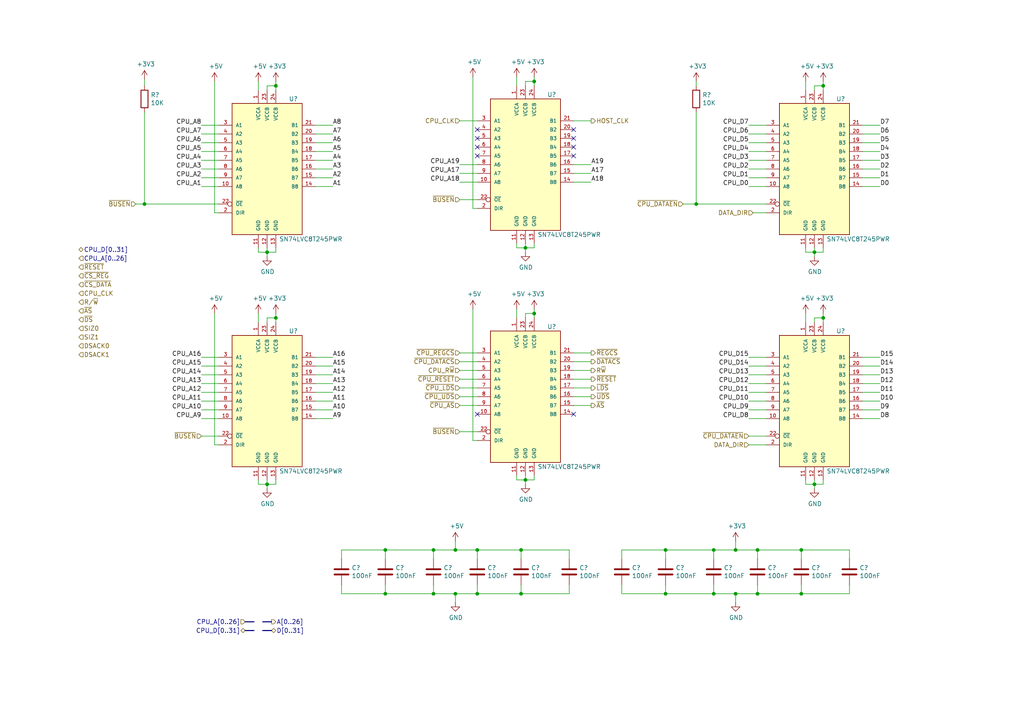
<source format=kicad_sch>
(kicad_sch (version 20211123) (generator eeschema)
  (paper "A4")
  (lib_symbols
    (symbol "Ddraig:SN74LVC8T245PWR" (pin_names (offset 1.016))
      (property "Reference" "U" (at -12.7 31.4706 0))
      (property "Value" "SN74LVC8T245PWR" (at 5.08 -10.16 0))
      (symbol "SN74LVC8T245PWR_0_0"
        (rectangle (start -10.16 -7.62) (end 10.16 30.48) (stroke (width 0.2032)) (fill (type background)))
        (pin power_in line (at -2.54 34.29 270) (length 3.81) (name "VCCA") (number "1"))
        (pin bidirectional line (at -13.97 6.35 0) (length 3.81) (name "A8") (number "10"))
        (pin power_in line (at -2.54 -11.43 90) (length 3.81) (name "GND") (number "11"))
        (pin power_in line (at 0 -11.43 90) (length 3.81) (name "GND") (number "12"))
        (pin power_in line (at 2.54 -11.43 90) (length 3.81) (name "GND") (number "13"))
        (pin bidirectional line (at 13.97 6.35 180) (length 3.81) (name "B8") (number "14"))
        (pin bidirectional line (at 13.97 8.89 180) (length 3.81) (name "B7") (number "15"))
        (pin bidirectional line (at 13.97 11.43 180) (length 3.81) (name "B6") (number "16"))
        (pin bidirectional line (at 13.97 13.97 180) (length 3.81) (name "B5") (number "17"))
        (pin bidirectional line (at 13.97 16.51 180) (length 3.81) (name "B4") (number "18"))
        (pin bidirectional line (at 13.97 19.05 180) (length 3.81) (name "B3") (number "19"))
        (pin input line (at -13.97 -1.27 0) (length 3.81) (name "DIR") (number "2"))
        (pin bidirectional line (at 13.97 21.59 180) (length 3.81) (name "B2") (number "20"))
        (pin bidirectional line (at 13.97 24.13 180) (length 3.81) (name "B1") (number "21"))
        (pin input inverted (at -13.97 1.27 0) (length 3.81) (name "~{OE}") (number "22"))
        (pin power_in line (at 0 34.29 270) (length 3.81) (name "VCCB") (number "23"))
        (pin power_in line (at 2.54 34.29 270) (length 3.81) (name "VCCB") (number "24"))
        (pin bidirectional line (at -13.97 24.13 0) (length 3.81) (name "A1") (number "3"))
        (pin bidirectional line (at -13.97 21.59 0) (length 3.81) (name "A2") (number "4"))
        (pin bidirectional line (at -13.97 19.05 0) (length 3.81) (name "A3") (number "5"))
        (pin bidirectional line (at -13.97 16.51 0) (length 3.81) (name "A4") (number "6"))
        (pin bidirectional line (at -13.97 13.97 0) (length 3.81) (name "A5") (number "7"))
        (pin bidirectional line (at -13.97 11.43 0) (length 3.81) (name "A6") (number "8"))
        (pin bidirectional line (at -13.97 8.89 0) (length 3.81) (name "A7") (number "9"))
      )
    )
    (symbol "Device:C" (pin_numbers hide) (pin_names (offset 0.254))
      (property "Reference" "C" (at 0.635 2.54 0))
      (property "Value" "C" (at 0.635 -2.54 0))
      (symbol "C_0_1"
        (polyline (pts (xy -2.032 -0.762) (xy 2.032 -0.762)) (stroke (width 0.508)))
        (polyline (pts (xy -2.032 0.762) (xy 2.032 0.762)) (stroke (width 0.508)))
      )
      (symbol "C_1_1"
        (pin passive line (at 0 3.81 270) (length 2.794) (name "~") (number "1"))
        (pin passive line (at 0 -3.81 90) (length 2.794) (name "~") (number "2"))
      )
    )
    (symbol "Device:R" (pin_numbers hide) (pin_names (offset 0))
      (property "Reference" "R" (at 2.032 0 90))
      (property "Value" "R" (at 0 0 90))
      (symbol "R_0_1"
        (rectangle (start -1.016 -2.54) (end 1.016 2.54) (stroke (width 0.254)))
      )
      (symbol "R_1_1"
        (pin passive line (at 0 3.81 270) (length 1.27) (name "~") (number "1"))
        (pin passive line (at 0 -3.81 90) (length 1.27) (name "~") (number "2"))
      )
    )
    (symbol "power:+3V3" (power) (pin_names (offset 0))
      (property "Value" "+3V3" (at 0 3.556 0))
      (symbol "+3V3_0_1"
        (polyline (pts (xy -0.762 1.27) (xy 0 2.54)))
        (polyline (pts (xy 0 0) (xy 0 2.54)))
        (polyline (pts (xy 0 2.54) (xy 0.762 1.27)))
      )
      (symbol "+3V3_1_1"
        (pin power_in line (at 0 0 90) (length 0) hide (name "+3V3") (number "1"))
      )
    )
    (symbol "power:+5V" (power) (pin_names (offset 0))
      (property "Value" "+5V" (at 0 3.556 0))
      (symbol "+5V_0_1"
        (polyline (pts (xy -0.762 1.27) (xy 0 2.54)))
        (polyline (pts (xy 0 0) (xy 0 2.54)))
        (polyline (pts (xy 0 2.54) (xy 0.762 1.27)))
      )
      (symbol "+5V_1_1"
        (pin power_in line (at 0 0 90) (length 0) hide (name "+5V") (number "1"))
      )
    )
    (symbol "power:GND" (power) (pin_names (offset 0))
      (property "Value" "GND" (at 0 -3.81 0))
      (symbol "GND_0_1"
        (polyline (pts (xy 0 0) (xy 0 -1.27) (xy 1.27 -1.27) (xy 0 -2.54) (xy -1.27 -1.27) (xy 0 -1.27)))
      )
      (symbol "GND_1_1"
        (pin power_in line (at 0 0 270) (length 0) hide (name "GND") (number "1"))
      )
    )
  )
  (junction (at 138.43 172.212))
  (junction (at 111.76 159.512))
  (junction (at 219.71 159.512))
  (junction (at 80.01 24.892))
  (junction (at 151.13 159.512))
  (junction (at 125.73 159.512))
  (junction (at 232.41 172.212))
  (junction (at 138.43 159.512))
  (junction (at 154.94 23.622))
  (junction (at 111.76 172.212))
  (junction (at 193.04 159.512))
  (junction (at 232.41 159.512))
  (junction (at 236.22 73.152))
  (junction (at 125.73 172.212))
  (junction (at 219.71 172.212))
  (junction (at 132.08 172.212))
  (junction (at 152.4 139.192))
  (junction (at 154.94 90.932))
  (junction (at 207.01 172.212))
  (junction (at 80.01 92.202))
  (junction (at 151.13 172.212))
  (junction (at 132.08 159.512))
  (junction (at 236.22 140.462))
  (junction (at 152.4 71.882))
  (junction (at 193.04 172.212))
  (junction (at 238.76 92.202))
  (junction (at 201.93 59.182))
  (junction (at 41.91 59.182))
  (junction (at 77.47 73.152))
  (junction (at 77.47 140.462))
  (junction (at 213.36 159.512))
  (junction (at 213.36 172.212))
  (junction (at 207.01 159.512))
  (junction (at 238.76 24.892))
  (no_connect (at 166.37 40.132))
  (no_connect (at 138.43 45.212))
  (no_connect (at 138.43 42.672))
  (no_connect (at 166.37 42.672))
  (no_connect (at 138.43 120.142))
  (no_connect (at 166.37 45.212))
  (no_connect (at 138.43 37.592))
  (no_connect (at 138.43 40.132))
  (no_connect (at 166.37 120.142))
  (no_connect (at 166.37 37.592))
  (wire (pts (xy 80.01 92.202) (xy 80.01 90.932)))
  (wire (pts (xy 232.41 159.512) (xy 246.38 159.512)))
  (wire (pts (xy 132.08 156.972) (xy 132.08 159.512)))
  (wire (pts (xy 236.22 24.892) (xy 236.22 26.162)))
  (wire (pts (xy 63.5 118.872) (xy 58.42 118.872)))
  (wire (pts (xy 77.47 141.732) (xy 77.47 140.462)))
  (wire (pts (xy 238.76 24.892) (xy 236.22 24.892)))
  (wire (pts (xy 132.08 174.752) (xy 132.08 172.212)))
  (wire (pts (xy 213.36 174.752) (xy 213.36 172.212)))
  (wire (pts (xy 74.93 90.932) (xy 74.93 93.472)))
  (wire (pts (xy 238.76 92.202) (xy 238.76 90.932)))
  (wire (pts (xy 154.94 90.932) (xy 154.94 89.662)))
  (wire (pts (xy 77.47 92.202) (xy 77.47 93.472)))
  (wire (pts (xy 63.5 116.332) (xy 58.42 116.332)))
  (wire (pts (xy 238.76 73.152) (xy 238.76 71.882)))
  (wire (pts (xy 232.41 169.672) (xy 232.41 172.212)))
  (wire (pts (xy 138.43 117.602) (xy 133.35 117.602)))
  (wire (pts (xy 99.06 172.212) (xy 111.76 172.212)))
  (wire (pts (xy 62.23 129.032) (xy 63.5 129.032)))
  (wire (pts (xy 63.5 36.322) (xy 58.42 36.322)))
  (wire (pts (xy 137.16 60.452) (xy 138.43 60.452)))
  (wire (pts (xy 41.91 32.512) (xy 41.91 59.182)))
  (wire (pts (xy 63.5 108.712) (xy 58.42 108.712)))
  (wire (pts (xy 41.91 59.182) (xy 39.37 59.182)))
  (wire (pts (xy 63.5 54.102) (xy 58.42 54.102)))
  (wire (pts (xy 96.52 118.872) (xy 91.44 118.872)))
  (wire (pts (xy 238.76 140.462) (xy 238.76 139.192)))
  (wire (pts (xy 233.68 23.622) (xy 233.68 26.162)))
  (wire (pts (xy 138.43 159.512) (xy 151.13 159.512)))
  (wire (pts (xy 149.86 137.922) (xy 149.86 139.192)))
  (wire (pts (xy 171.45 52.832) (xy 166.37 52.832)))
  (wire (pts (xy 138.43 172.212) (xy 151.13 172.212)))
  (wire (pts (xy 236.22 73.152) (xy 238.76 73.152)))
  (wire (pts (xy 222.25 103.632) (xy 217.17 103.632)))
  (wire (pts (xy 152.4 137.922) (xy 152.4 139.192)))
  (wire (pts (xy 151.13 159.512) (xy 165.1 159.512)))
  (wire (pts (xy 213.36 156.972) (xy 213.36 159.512)))
  (wire (pts (xy 201.93 32.512) (xy 201.93 59.182)))
  (wire (pts (xy 213.36 159.512) (xy 207.01 159.512)))
  (wire (pts (xy 198.12 59.182) (xy 201.93 59.182)))
  (wire (pts (xy 171.45 115.062) (xy 166.37 115.062)))
  (wire (pts (xy 232.41 172.212) (xy 246.38 172.212)))
  (wire (pts (xy 74.93 140.462) (xy 77.47 140.462)))
  (wire (pts (xy 77.47 73.152) (xy 80.01 73.152)))
  (wire (pts (xy 138.43 35.052) (xy 133.35 35.052)))
  (wire (pts (xy 207.01 172.212) (xy 213.36 172.212)))
  (wire (pts (xy 233.68 71.882) (xy 233.68 73.152)))
  (wire (pts (xy 125.73 169.672) (xy 125.73 172.212)))
  (wire (pts (xy 99.06 159.512) (xy 99.06 162.052)))
  (wire (pts (xy 222.25 108.712) (xy 217.17 108.712)))
  (wire (pts (xy 201.93 59.182) (xy 222.25 59.182)))
  (wire (pts (xy 238.76 92.202) (xy 236.22 92.202)))
  (wire (pts (xy 138.43 104.902) (xy 133.35 104.902)))
  (wire (pts (xy 246.38 172.212) (xy 246.38 169.672)))
  (wire (pts (xy 193.04 162.052) (xy 193.04 159.512)))
  (wire (pts (xy 125.73 159.512) (xy 111.76 159.512)))
  (wire (pts (xy 255.27 41.402) (xy 250.19 41.402)))
  (wire (pts (xy 41.91 22.987) (xy 41.91 24.892)))
  (wire (pts (xy 255.27 113.792) (xy 250.19 113.792)))
  (wire (pts (xy 219.71 172.212) (xy 232.41 172.212)))
  (wire (pts (xy 201.93 23.622) (xy 201.93 24.892)))
  (wire (pts (xy 111.76 159.512) (xy 99.06 159.512)))
  (wire (pts (xy 77.47 139.192) (xy 77.47 140.462)))
  (wire (pts (xy 238.76 26.162) (xy 238.76 24.892)))
  (wire (pts (xy 138.43 50.292) (xy 133.35 50.292)))
  (wire (pts (xy 125.73 162.052) (xy 125.73 159.512)))
  (wire (pts (xy 219.71 169.672) (xy 219.71 172.212)))
  (wire (pts (xy 255.27 116.332) (xy 250.19 116.332)))
  (wire (pts (xy 132.08 172.212) (xy 138.43 172.212)))
  (wire (pts (xy 80.01 24.892) (xy 80.01 23.622)))
  (wire (pts (xy 193.04 159.512) (xy 180.34 159.512)))
  (wire (pts (xy 222.25 51.562) (xy 217.17 51.562)))
  (wire (pts (xy 74.93 139.192) (xy 74.93 140.462)))
  (wire (pts (xy 125.73 172.212) (xy 132.08 172.212)))
  (wire (pts (xy 222.25 54.102) (xy 217.17 54.102)))
  (wire (pts (xy 62.23 23.622) (xy 62.23 61.722)))
  (wire (pts (xy 96.52 113.792) (xy 91.44 113.792)))
  (wire (pts (xy 151.13 169.672) (xy 151.13 172.212)))
  (wire (pts (xy 96.52 108.712) (xy 91.44 108.712)))
  (wire (pts (xy 80.01 93.472) (xy 80.01 92.202)))
  (wire (pts (xy 149.86 70.612) (xy 149.86 71.882)))
  (wire (pts (xy 233.68 73.152) (xy 236.22 73.152)))
  (wire (pts (xy 171.45 109.982) (xy 166.37 109.982)))
  (wire (pts (xy 255.27 46.482) (xy 250.19 46.482)))
  (wire (pts (xy 154.94 139.192) (xy 154.94 137.922)))
  (wire (pts (xy 138.43 169.672) (xy 138.43 172.212)))
  (wire (pts (xy 255.27 36.322) (xy 250.19 36.322)))
  (wire (pts (xy 152.4 140.462) (xy 152.4 139.192)))
  (wire (pts (xy 255.27 43.942) (xy 250.19 43.942)))
  (wire (pts (xy 111.76 169.672) (xy 111.76 172.212)))
  (wire (pts (xy 180.34 172.212) (xy 193.04 172.212)))
  (wire (pts (xy 246.38 159.512) (xy 246.38 162.052)))
  (wire (pts (xy 63.5 43.942) (xy 58.42 43.942)))
  (wire (pts (xy 62.23 90.932) (xy 62.23 129.032)))
  (wire (pts (xy 152.4 90.932) (xy 152.4 92.202)))
  (wire (pts (xy 96.52 49.022) (xy 91.44 49.022)))
  (wire (pts (xy 180.34 169.672) (xy 180.34 172.212)))
  (wire (pts (xy 80.01 73.152) (xy 80.01 71.882)))
  (wire (pts (xy 222.25 106.172) (xy 217.17 106.172)))
  (wire (pts (xy 63.5 38.862) (xy 58.42 38.862)))
  (wire (pts (xy 63.5 121.412) (xy 58.42 121.412)))
  (wire (pts (xy 151.13 159.512) (xy 151.13 162.052)))
  (wire (pts (xy 255.27 49.022) (xy 250.19 49.022)))
  (wire (pts (xy 63.5 46.482) (xy 58.42 46.482)))
  (wire (pts (xy 165.1 172.212) (xy 165.1 169.672)))
  (wire (pts (xy 166.37 35.052) (xy 171.45 35.052)))
  (wire (pts (xy 77.47 24.892) (xy 77.47 26.162)))
  (wire (pts (xy 96.52 116.332) (xy 91.44 116.332)))
  (wire (pts (xy 236.22 71.882) (xy 236.22 73.152)))
  (wire (pts (xy 238.76 24.892) (xy 238.76 23.622)))
  (wire (pts (xy 233.68 139.192) (xy 233.68 140.462)))
  (wire (pts (xy 138.43 115.062) (xy 133.35 115.062)))
  (wire (pts (xy 63.5 106.172) (xy 58.42 106.172)))
  (wire (pts (xy 77.47 74.422) (xy 77.47 73.152)))
  (wire (pts (xy 255.27 51.562) (xy 250.19 51.562)))
  (wire (pts (xy 149.86 89.662) (xy 149.86 92.202)))
  (wire (pts (xy 74.93 73.152) (xy 77.47 73.152)))
  (wire (pts (xy 63.5 113.792) (xy 58.42 113.792)))
  (wire (pts (xy 222.25 36.322) (xy 217.17 36.322)))
  (wire (pts (xy 171.45 112.522) (xy 166.37 112.522)))
  (wire (pts (xy 96.52 121.412) (xy 91.44 121.412)))
  (wire (pts (xy 222.25 43.942) (xy 217.17 43.942)))
  (wire (pts (xy 219.71 162.052) (xy 219.71 159.512)))
  (wire (pts (xy 207.01 169.672) (xy 207.01 172.212)))
  (wire (pts (xy 80.01 140.462) (xy 80.01 139.192)))
  (wire (pts (xy 255.27 38.862) (xy 250.19 38.862)))
  (wire (pts (xy 255.27 103.632) (xy 250.19 103.632)))
  (wire (pts (xy 207.01 162.052) (xy 207.01 159.512)))
  (wire (pts (xy 236.22 139.192) (xy 236.22 140.462)))
  (wire (pts (xy 255.27 108.712) (xy 250.19 108.712)))
  (wire (pts (xy 171.45 117.602) (xy 166.37 117.602)))
  (wire (pts (xy 222.25 38.862) (xy 217.17 38.862)))
  (wire (pts (xy 149.86 22.352) (xy 149.86 24.892)))
  (wire (pts (xy 96.52 41.402) (xy 91.44 41.402)))
  (wire (pts (xy 238.76 93.472) (xy 238.76 92.202)))
  (wire (pts (xy 193.04 169.672) (xy 193.04 172.212)))
  (wire (pts (xy 152.4 70.612) (xy 152.4 71.882)))
  (wire (pts (xy 149.86 139.192) (xy 152.4 139.192)))
  (wire (pts (xy 180.34 159.512) (xy 180.34 162.052)))
  (wire (pts (xy 171.45 104.902) (xy 166.37 104.902)))
  (wire (pts (xy 154.94 23.622) (xy 152.4 23.622)))
  (wire (pts (xy 96.52 111.252) (xy 91.44 111.252)))
  (wire (pts (xy 218.44 61.722) (xy 222.25 61.722)))
  (wire (pts (xy 233.68 90.932) (xy 233.68 93.472)))
  (wire (pts (xy 222.25 129.032) (xy 217.17 129.032)))
  (wire (pts (xy 74.93 23.622) (xy 74.93 26.162)))
  (wire (pts (xy 236.22 92.202) (xy 236.22 93.472)))
  (wire (pts (xy 63.5 103.632) (xy 58.42 103.632)))
  (wire (pts (xy 77.47 140.462) (xy 80.01 140.462)))
  (wire (pts (xy 222.25 46.482) (xy 217.17 46.482)))
  (wire (pts (xy 222.25 49.022) (xy 217.17 49.022)))
  (wire (pts (xy 137.16 127.762) (xy 138.43 127.762)))
  (wire (pts (xy 171.45 107.442) (xy 166.37 107.442)))
  (wire (pts (xy 222.25 126.492) (xy 217.17 126.492)))
  (wire (pts (xy 96.52 106.172) (xy 91.44 106.172)))
  (wire (pts (xy 255.27 121.412) (xy 250.19 121.412)))
  (wire (pts (xy 74.93 71.882) (xy 74.93 73.152)))
  (wire (pts (xy 132.08 159.512) (xy 125.73 159.512)))
  (wire (pts (xy 63.5 59.182) (xy 41.91 59.182)))
  (wire (pts (xy 138.43 107.442) (xy 133.35 107.442)))
  (wire (pts (xy 63.5 111.252) (xy 58.42 111.252)))
  (wire (pts (xy 96.52 51.562) (xy 91.44 51.562)))
  (wire (pts (xy 63.5 126.492) (xy 58.42 126.492)))
  (wire (pts (xy 111.76 172.212) (xy 125.73 172.212)))
  (wire (pts (xy 96.52 36.322) (xy 91.44 36.322)))
  (wire (pts (xy 63.5 41.402) (xy 58.42 41.402)))
  (wire (pts (xy 166.37 50.292) (xy 171.45 50.292)))
  (wire (pts (xy 138.43 102.362) (xy 133.35 102.362)))
  (wire (pts (xy 151.13 172.212) (xy 165.1 172.212)))
  (wire (pts (xy 96.52 54.102) (xy 91.44 54.102)))
  (wire (pts (xy 138.43 112.522) (xy 133.35 112.522)))
  (wire (pts (xy 137.16 89.662) (xy 137.16 127.762)))
  (wire (pts (xy 207.01 159.512) (xy 193.04 159.512)))
  (wire (pts (xy 255.27 54.102) (xy 250.19 54.102)))
  (wire (pts (xy 222.25 116.332) (xy 217.17 116.332)))
  (wire (pts (xy 219.71 159.512) (xy 232.41 159.512)))
  (wire (pts (xy 222.25 118.872) (xy 217.17 118.872)))
  (wire (pts (xy 222.25 113.792) (xy 217.17 113.792)))
  (wire (pts (xy 138.43 125.222) (xy 133.35 125.222)))
  (wire (pts (xy 255.27 111.252) (xy 250.19 111.252)))
  (bus (pts (xy 73.66 182.88) (xy 71.12 182.88)))
  (wire (pts (xy 222.25 121.412) (xy 217.17 121.412)))
  (wire (pts (xy 138.43 162.052) (xy 138.43 159.512)))
  (wire (pts (xy 138.43 159.512) (xy 132.08 159.512)))
  (wire (pts (xy 62.23 61.722) (xy 63.5 61.722)))
  (wire (pts (xy 138.43 109.982) (xy 133.35 109.982)))
  (wire (pts (xy 232.41 159.512) (xy 232.41 162.052)))
  (wire (pts (xy 152.4 71.882) (xy 154.94 71.882)))
  (wire (pts (xy 152.4 73.152) (xy 152.4 71.882)))
  (wire (pts (xy 63.5 51.562) (xy 58.42 51.562)))
  (wire (pts (xy 96.52 43.942) (xy 91.44 43.942)))
  (wire (pts (xy 133.35 57.912) (xy 138.43 57.912)))
  (wire (pts (xy 63.5 49.022) (xy 58.42 49.022)))
  (wire (pts (xy 77.47 71.882) (xy 77.47 73.152)))
  (wire (pts (xy 154.94 92.202) (xy 154.94 90.932)))
  (wire (pts (xy 111.76 162.052) (xy 111.76 159.512)))
  (bus (pts (xy 73.66 180.34) (xy 71.12 180.34)))
  (bus (pts (xy 78.74 182.88) (xy 76.2 182.88)))
  (wire (pts (xy 233.68 140.462) (xy 236.22 140.462)))
  (wire (pts (xy 152.4 139.192) (xy 154.94 139.192)))
  (wire (pts (xy 96.52 103.632) (xy 91.44 103.632)))
  (wire (pts (xy 165.1 159.512) (xy 165.1 162.052)))
  (wire (pts (xy 236.22 74.422) (xy 236.22 73.152)))
  (wire (pts (xy 255.27 118.872) (xy 250.19 118.872)))
  (wire (pts (xy 213.36 172.212) (xy 219.71 172.212)))
  (wire (pts (xy 154.94 24.892) (xy 154.94 23.622)))
  (wire (pts (xy 138.43 52.832) (xy 133.35 52.832)))
  (wire (pts (xy 154.94 23.622) (xy 154.94 22.352)))
  (wire (pts (xy 137.16 22.352) (xy 137.16 60.452)))
  (wire (pts (xy 80.01 26.162) (xy 80.01 24.892)))
  (wire (pts (xy 96.52 38.862) (xy 91.44 38.862)))
  (wire (pts (xy 154.94 71.882) (xy 154.94 70.612)))
  (wire (pts (xy 222.25 111.252) (xy 217.17 111.252)))
  (wire (pts (xy 171.45 47.752) (xy 166.37 47.752)))
  (wire (pts (xy 236.22 140.462) (xy 238.76 140.462)))
  (wire (pts (xy 99.06 169.672) (xy 99.06 172.212)))
  (wire (pts (xy 80.01 24.892) (xy 77.47 24.892)))
  (wire (pts (xy 80.01 92.202) (xy 77.47 92.202)))
  (wire (pts (xy 255.27 106.172) (xy 250.19 106.172)))
  (wire (pts (xy 219.71 159.512) (xy 213.36 159.512)))
  (wire (pts (xy 236.22 141.732) (xy 236.22 140.462)))
  (wire (pts (xy 96.52 46.482) (xy 91.44 46.482)))
  (wire (pts (xy 149.86 71.882) (xy 152.4 71.882)))
  (wire (pts (xy 152.4 23.622) (xy 152.4 24.892)))
  (bus (pts (xy 76.2 180.34) (xy 78.74 180.34)))
  (wire (pts (xy 171.45 102.362) (xy 166.37 102.362)))
  (wire (pts (xy 154.94 90.932) (xy 152.4 90.932)))
  (wire (pts (xy 193.04 172.212) (xy 207.01 172.212)))
  (wire (pts (xy 222.25 41.402) (xy 217.17 41.402)))
  (wire (pts (xy 133.35 47.752) (xy 138.43 47.752)))
  (label "D12" (at 255.27 111.252 0))
  (label "CPU_D9" (at 217.17 118.872 180))
  (label "A19" (at 171.45 47.752 0))
  (label "CPU_A4" (at 58.42 46.482 180))
  (label "D2" (at 255.27 49.022 0))
  (label "CPU_A3" (at 58.42 49.022 180))
  (label "A8" (at 96.52 36.322 0))
  (label "A13" (at 96.52 111.252 0))
  (label "A5" (at 96.52 43.942 0))
  (label "A12" (at 96.52 113.792 0))
  (label "CPU_D5" (at 217.17 41.402 180))
  (label "CPU_A16" (at 58.42 103.632 180))
  (label "A18" (at 171.45 52.832 0))
  (label "CPU_A14" (at 58.42 108.712 180))
  (label "CPU_D15" (at 217.17 103.632 180))
  (label "D13" (at 255.27 108.712 0))
  (label "D10" (at 255.27 116.332 0))
  (label "A11" (at 96.52 116.332 0))
  (label "D8" (at 255.27 121.412 0))
  (label "A15" (at 96.52 106.172 0))
  (label "CPU_D13" (at 217.17 108.712 180))
  (label "CPU_A6" (at 58.42 41.402 180))
  (label "D6" (at 255.27 38.862 0))
  (label "CPU_A13" (at 58.42 111.252 180))
  (label "CPU_A8" (at 58.42 36.322 180))
  (label "CPU_A10" (at 58.42 118.872 180))
  (label "CPU_A5" (at 58.42 43.942 180))
  (label "A4" (at 96.52 46.482 0))
  (label "A17" (at 171.45 50.292 0))
  (label "CPU_A2" (at 58.42 51.562 180))
  (label "D1" (at 255.27 51.562 0))
  (label "CPU_D8" (at 217.17 121.412 180))
  (label "CPU_D7" (at 217.17 36.322 180))
  (label "CPU_D1" (at 217.17 51.562 180))
  (label "CPU_D6" (at 217.17 38.862 180))
  (label "D4" (at 255.27 43.942 0))
  (label "D3" (at 255.27 46.482 0))
  (label "D9" (at 255.27 118.872 0))
  (label "A7" (at 96.52 38.862 0))
  (label "CPU_D12" (at 217.17 111.252 180))
  (label "CPU_D14" (at 217.17 106.172 180))
  (label "A16" (at 96.52 103.632 0))
  (label "CPU_D10" (at 217.17 116.332 180))
  (label "CPU_A7" (at 58.42 38.862 180))
  (label "CPU_A1" (at 58.42 54.102 180))
  (label "D5" (at 255.27 41.402 0))
  (label "CPU_D2" (at 217.17 49.022 180))
  (label "A2" (at 96.52 51.562 0))
  (label "D7" (at 255.27 36.322 0))
  (label "A14" (at 96.52 108.712 0))
  (label "D0" (at 255.27 54.102 0))
  (label "CPU_D11" (at 217.17 113.792 180))
  (label "CPU_A9" (at 58.42 121.412 180))
  (label "D11" (at 255.27 113.792 0))
  (label "CPU_A19" (at 133.35 47.752 180))
  (label "CPU_A15" (at 58.42 106.172 180))
  (label "CPU_A12" (at 58.42 113.792 180))
  (label "CPU_A17" (at 133.35 50.292 180))
  (label "D15" (at 255.27 103.632 0))
  (label "A3" (at 96.52 49.022 0))
  (label "A1" (at 96.52 54.102 0))
  (label "D14" (at 255.27 106.172 0))
  (label "CPU_A18" (at 133.35 52.832 180))
  (label "CPU_A11" (at 58.42 116.332 180))
  (label "A9" (at 96.52 121.412 0))
  (label "CPU_D4" (at 217.17 43.942 180))
  (label "CPU_D0" (at 217.17 54.102 180))
  (label "A10" (at 96.52 118.872 0))
  (label "A6" (at 96.52 41.402 0))
  (label "CPU_D3" (at 217.17 46.482 180))
  (hierarchical_label "~{CPU_RESET}" (shape input) (at 133.35 109.982 180))
  (hierarchical_label "~{RESET}" (shape input) (at 22.86 77.47 0))
  (hierarchical_label "~{BUSEN}" (shape input) (at 133.35 57.912 180))
  (hierarchical_label "CPU_A[0..26]" (shape input) (at 22.86 74.93 0))
  (hierarchical_label "A[0..26]" (shape output) (at 78.74 180.34 0))
  (hierarchical_label "CPU_D[0..31]" (shape bidirectional) (at 22.86 72.39 0))
  (hierarchical_label "CPU_CLK" (shape input) (at 22.86 85.09 0))
  (hierarchical_label "DSACK0" (shape input) (at 22.86 100.33 0))
  (hierarchical_label "~{AS}" (shape input) (at 22.86 90.17 0))
  (hierarchical_label "~{CPU_AS}" (shape input) (at 133.35 117.602 180))
  (hierarchical_label "CPU_R~{W}" (shape input) (at 133.35 107.442 180))
  (hierarchical_label "~{LDS}" (shape output) (at 171.45 112.522 0))
  (hierarchical_label "~{RESET}" (shape output) (at 171.45 109.982 0))
  (hierarchical_label "R{slash}~{W}" (shape input) (at 22.86 87.63 0))
  (hierarchical_label "SIZ1" (shape input) (at 22.86 97.79 0))
  (hierarchical_label "R~{W}" (shape output) (at 171.45 107.442 0))
  (hierarchical_label "~{BUSEN}" (shape input) (at 39.37 59.182 180))
  (hierarchical_label "~{BUSEN}" (shape input) (at 133.35 125.222 180))
  (hierarchical_label "~{CPU_DATACS}" (shape input) (at 133.35 104.902 180))
  (hierarchical_label "~{CS_REG}" (shape input) (at 22.86 80.01 0))
  (hierarchical_label "~{DATACS}" (shape output) (at 171.45 104.902 0))
  (hierarchical_label "~{AS}" (shape output) (at 171.45 117.602 0))
  (hierarchical_label "HOST_CLK" (shape output) (at 171.45 35.052 0))
  (hierarchical_label "~{CPU_LDS}" (shape input) (at 133.35 112.522 180))
  (hierarchical_label "D[0..31]" (shape bidirectional) (at 78.74 182.88 0))
  (hierarchical_label "~{CPU_REGCS}" (shape input) (at 133.35 102.362 180))
  (hierarchical_label "DSACK1" (shape input) (at 22.86 102.87 0))
  (hierarchical_label "~{DS}" (shape input) (at 22.86 92.71 0))
  (hierarchical_label "~{UDS}" (shape output) (at 171.45 115.062 0))
  (hierarchical_label "~{REGCS}" (shape output) (at 171.45 102.362 0))
  (hierarchical_label "CPU_CLK" (shape input) (at 133.35 35.052 180))
  (hierarchical_label "~{CPU_UDS}" (shape input) (at 133.35 115.062 180))
  (hierarchical_label "CPU_A[0..26]" (shape input) (at 71.12 180.34 180))
  (hierarchical_label "DATA_DIR" (shape input) (at 218.44 61.722 180))
  (hierarchical_label "~{CS_DATA}" (shape input) (at 22.86 82.55 0))
  (hierarchical_label "~{CPU_DATAEN}" (shape input) (at 198.12 59.182 180))
  (hierarchical_label "~{BUSEN}" (shape input) (at 58.42 126.492 180))
  (hierarchical_label "~{CPU_DATAEN}" (shape input) (at 217.17 126.492 180))
  (hierarchical_label "SIZ0" (shape input) (at 22.86 95.25 0))
  (hierarchical_label "CPU_D[0..31]" (shape bidirectional) (at 71.12 182.88 180))
  (hierarchical_label "DATA_DIR" (shape input) (at 217.17 129.032 180))
  (symbol (lib_id "power:+5V") (at 74.93 23.622 0) (unit 1)
    (property "Reference" "#PWR?" (effects hide))
    (property "Value" "+5V" (at 75.311 19.2278 0))
  )
  (symbol (lib_id "power:+5V") (at 74.93 90.932 0) (unit 1)
    (property "Reference" "#PWR?" (effects hide))
    (property "Value" "+5V" (at 75.311 86.5378 0))
  )
  (symbol (lib_id "Device:R") (at 41.91 28.702 0) (unit 1)
    (property "Reference" "R?" (at 43.688 27.5336 0) (effects (justify left)))
    (property "Value" "10K" (at 43.688 29.845 0) (effects (justify left)))
    (property "Footprint" "Resistor_SMD:R_0805_2012Metric" (effects hide))
  )
  (symbol (lib_id "Device:C") (at 207.01 165.862 0) (unit 1)
    (property "Reference" "C?" (at 209.931 164.6936 0) (effects (justify left)))
    (property "Value" "100nF" (at 209.931 167.005 0) (effects (justify left)))
    (property "Footprint" "Capacitor_SMD:C_0805_2012Metric" (effects hide))
  )
  (symbol (lib_id "Ddraig:SN74LVC8T245PWR") (at 77.47 127.762 0) (unit 1)
    (property "Reference" "U?" (at 85.09 96.012 0))
    (property "Value" "SN74LVC8T245PWR" (at 90.17 136.652 0))
    (property "Footprint" "Ddraig:SOP65P640X120-24N" (effects hide))
  )
  (symbol (lib_id "power:GND") (at 236.22 74.422 0) (unit 1)
    (property "Reference" "#PWR?" (effects hide))
    (property "Value" "GND" (at 236.347 78.8162 0))
  )
  (symbol (lib_id "power:+5V") (at 62.23 23.622 0) (unit 1)
    (property "Reference" "#PWR?" (effects hide))
    (property "Value" "+5V" (at 62.611 19.2278 0))
  )
  (symbol (lib_id "Device:C") (at 193.04 165.862 0) (unit 1)
    (property "Reference" "C?" (at 195.961 164.6936 0) (effects (justify left)))
    (property "Value" "100nF" (at 195.961 167.005 0) (effects (justify left)))
    (property "Footprint" "Capacitor_SMD:C_0805_2012Metric" (effects hide))
  )
  (symbol (lib_id "power:GND") (at 77.47 74.422 0) (unit 1)
    (property "Reference" "#PWR?" (effects hide))
    (property "Value" "GND" (at 77.597 78.8162 0))
  )
  (symbol (lib_id "power:+3V3") (at 80.01 23.622 0) (unit 1)
    (property "Reference" "#PWR?" (effects hide))
    (property "Value" "+3V3" (at 80.391 19.2278 0))
  )
  (symbol (lib_id "power:+5V") (at 132.08 156.972 0) (unit 1)
    (property "Reference" "#PWR?" (effects hide))
    (property "Value" "+5V" (at 132.461 152.5778 0))
  )
  (symbol (lib_id "Ddraig:SN74LVC8T245PWR") (at 77.47 60.452 0) (unit 1)
    (property "Reference" "U?" (at 85.09 28.702 0))
    (property "Value" "SN74LVC8T245PWR" (at 90.17 69.342 0))
    (property "Footprint" "Ddraig:SOP65P640X120-24N" (effects hide))
  )
  (symbol (lib_id "power:+5V") (at 233.68 23.622 0) (unit 1)
    (property "Reference" "#PWR?" (effects hide))
    (property "Value" "+5V" (at 234.061 19.2278 0))
  )
  (symbol (lib_id "power:+5V") (at 137.16 22.352 0) (unit 1)
    (property "Reference" "#PWR?" (effects hide))
    (property "Value" "+5V" (at 137.541 17.9578 0))
  )
  (symbol (lib_id "Device:C") (at 99.06 165.862 0) (unit 1)
    (property "Reference" "C?" (at 101.981 164.6936 0) (effects (justify left)))
    (property "Value" "100nF" (at 101.981 167.005 0) (effects (justify left)))
    (property "Footprint" "Capacitor_SMD:C_0805_2012Metric" (effects hide))
  )
  (symbol (lib_id "power:+3V3") (at 41.91 22.987 0) (unit 1)
    (property "Reference" "#PWR?" (effects hide))
    (property "Value" "+3V3" (at 42.291 18.5928 0))
  )
  (symbol (lib_id "power:+3V3") (at 154.94 22.352 0) (unit 1)
    (property "Reference" "#PWR?" (effects hide))
    (property "Value" "+3V3" (at 155.321 17.9578 0))
  )
  (symbol (lib_id "power:+3V3") (at 213.36 156.972 0) (unit 1)
    (property "Reference" "#PWR?" (effects hide))
    (property "Value" "+3V3" (at 213.741 152.5778 0))
  )
  (symbol (lib_id "power:GND") (at 77.47 141.732 0) (unit 1)
    (property "Reference" "#PWR?" (effects hide))
    (property "Value" "GND" (at 77.597 146.1262 0))
  )
  (symbol (lib_id "Device:C") (at 165.1 165.862 0) (unit 1)
    (property "Reference" "C?" (at 168.021 164.6936 0) (effects (justify left)))
    (property "Value" "100nF" (at 168.021 167.005 0) (effects (justify left)))
    (property "Footprint" "Capacitor_SMD:C_0805_2012Metric" (effects hide))
  )
  (symbol (lib_id "power:+5V") (at 137.16 89.662 0) (unit 1)
    (property "Reference" "#PWR?" (effects hide))
    (property "Value" "+5V" (at 137.541 85.2678 0))
  )
  (symbol (lib_id "power:+3V3") (at 201.93 23.622 0) (unit 1)
    (property "Reference" "#PWR?" (effects hide))
    (property "Value" "+3V3" (at 202.311 19.2278 0))
  )
  (symbol (lib_id "power:+3V3") (at 80.01 90.932 0) (unit 1)
    (property "Reference" "#PWR?" (effects hide))
    (property "Value" "+3V3" (at 80.391 86.5378 0))
  )
  (symbol (lib_id "Ddraig:SN74LVC8T245PWR") (at 236.22 127.762 0) (unit 1)
    (property "Reference" "U?" (at 243.84 96.012 0))
    (property "Value" "SN74LVC8T245PWR" (at 248.92 136.652 0))
    (property "Footprint" "Ddraig:SOP65P640X120-24N" (effects hide))
  )
  (symbol (lib_id "power:GND") (at 152.4 140.462 0) (unit 1)
    (property "Reference" "#PWR?" (effects hide))
    (property "Value" "GND" (at 152.527 144.8562 0))
  )
  (symbol (lib_id "Device:C") (at 125.73 165.862 0) (unit 1)
    (property "Reference" "C?" (at 128.651 164.6936 0) (effects (justify left)))
    (property "Value" "100nF" (at 128.651 167.005 0) (effects (justify left)))
    (property "Footprint" "Capacitor_SMD:C_0805_2012Metric" (effects hide))
  )
  (symbol (lib_id "Device:C") (at 151.13 165.862 0) (unit 1)
    (property "Reference" "C?" (at 154.051 164.6936 0) (effects (justify left)))
    (property "Value" "100nF" (at 154.051 167.005 0) (effects (justify left)))
    (property "Footprint" "Capacitor_SMD:C_0805_2012Metric" (effects hide))
  )
  (symbol (lib_id "Device:C") (at 246.38 165.862 0) (unit 1)
    (property "Reference" "C?" (at 249.301 164.6936 0) (effects (justify left)))
    (property "Value" "100nF" (at 249.301 167.005 0) (effects (justify left)))
    (property "Footprint" "Capacitor_SMD:C_0805_2012Metric" (effects hide))
  )
  (symbol (lib_id "Device:C") (at 180.34 165.862 0) (unit 1)
    (property "Reference" "C?" (at 183.261 164.6936 0) (effects (justify left)))
    (property "Value" "100nF" (at 183.261 167.005 0) (effects (justify left)))
    (property "Footprint" "Capacitor_SMD:C_0805_2012Metric" (effects hide))
  )
  (symbol (lib_id "Device:R") (at 201.93 28.702 0) (unit 1)
    (property "Reference" "R?" (at 203.708 27.5336 0) (effects (justify left)))
    (property "Value" "10K" (at 203.708 29.845 0) (effects (justify left)))
    (property "Footprint" "Resistor_SMD:R_0805_2012Metric" (effects hide))
  )
  (symbol (lib_id "power:+5V") (at 149.86 89.662 0) (unit 1)
    (property "Reference" "#PWR?" (effects hide))
    (property "Value" "+5V" (at 150.241 85.2678 0))
  )
  (symbol (lib_id "power:+3V3") (at 238.76 90.932 0) (unit 1)
    (property "Reference" "#PWR?" (effects hide))
    (property "Value" "+3V3" (at 239.141 86.5378 0))
  )
  (symbol (lib_id "power:+5V") (at 233.68 90.932 0) (unit 1)
    (property "Reference" "#PWR?" (effects hide))
    (property "Value" "+5V" (at 234.061 86.5378 0))
  )
  (symbol (lib_id "power:GND") (at 213.36 174.752 0) (unit 1)
    (property "Reference" "#PWR?" (effects hide))
    (property "Value" "GND" (at 213.487 179.1462 0))
  )
  (symbol (lib_id "power:GND") (at 236.22 141.732 0) (unit 1)
    (property "Reference" "#PWR?" (effects hide))
    (property "Value" "GND" (at 236.347 146.1262 0))
  )
  (symbol (lib_id "power:+5V") (at 62.23 90.932 0) (unit 1)
    (property "Reference" "#PWR?" (effects hide))
    (property "Value" "+5V" (at 62.611 86.5378 0))
  )
  (symbol (lib_id "power:+3V3") (at 154.94 89.662 0) (unit 1)
    (property "Reference" "#PWR?" (effects hide))
    (property "Value" "+3V3" (at 155.321 85.2678 0))
  )
  (symbol (lib_id "Device:C") (at 232.41 165.862 0) (unit 1)
    (property "Reference" "C?" (at 235.331 164.6936 0) (effects (justify left)))
    (property "Value" "100nF" (at 235.331 167.005 0) (effects (justify left)))
    (property "Footprint" "Capacitor_SMD:C_0805_2012Metric" (effects hide))
  )
  (symbol (lib_id "Ddraig:SN74LVC8T245PWR") (at 152.4 126.492 0) (unit 1)
    (property "Reference" "U?" (at 160.02 94.742 0))
    (property "Value" "SN74LVC8T245PWR" (at 165.1 135.382 0))
    (property "Footprint" "Ddraig:SOP65P640X120-24N" (effects hide))
  )
  (symbol (lib_id "power:GND") (at 152.4 73.152 0) (unit 1)
    (property "Reference" "#PWR?" (effects hide))
    (property "Value" "GND" (at 152.527 77.5462 0))
  )
  (symbol (lib_id "power:GND") (at 132.08 174.752 0) (unit 1)
    (property "Reference" "#PWR?" (effects hide))
    (property "Value" "GND" (at 132.207 179.1462 0))
  )
  (symbol (lib_id "Device:C") (at 138.43 165.862 0) (unit 1)
    (property "Reference" "C?" (at 141.351 164.6936 0) (effects (justify left)))
    (property "Value" "100nF" (at 141.351 167.005 0) (effects (justify left)))
    (property "Footprint" "Capacitor_SMD:C_0805_2012Metric" (effects hide))
  )
  (symbol (lib_id "Device:C") (at 219.71 165.862 0) (unit 1)
    (property "Reference" "C?" (at 222.631 164.6936 0) (effects (justify left)))
    (property "Value" "100nF" (at 222.631 167.005 0) (effects (justify left)))
    (property "Footprint" "Capacitor_SMD:C_0805_2012Metric" (effects hide))
  )
  (symbol (lib_id "Ddraig:SN74LVC8T245PWR") (at 152.4 59.182 0) (unit 1)
    (property "Reference" "U?" (at 160.02 27.432 0))
    (property "Value" "SN74LVC8T245PWR" (at 165.1 68.072 0))
    (property "Footprint" "Ddraig:SOP65P640X120-24N" (effects hide))
  )
  (symbol (lib_id "Device:C") (at 111.76 165.862 0) (unit 1)
    (property "Reference" "C?" (at 114.681 164.6936 0) (effects (justify left)))
    (property "Value" "100nF" (at 114.681 167.005 0) (effects (justify left)))
    (property "Footprint" "Capacitor_SMD:C_0805_2012Metric" (effects hide))
  )
  (symbol (lib_id "power:+3V3") (at 238.76 23.622 0) (unit 1)
    (property "Reference" "#PWR?" (effects hide))
    (property "Value" "+3V3" (at 239.141 19.2278 0))
  )
  (symbol (lib_id "Ddraig:SN74LVC8T245PWR") (at 236.22 60.452 0) (unit 1)
    (property "Reference" "U?" (at 243.84 28.702 0))
    (property "Value" "SN74LVC8T245PWR" (at 248.92 69.342 0))
    (property "Footprint" "Ddraig:SOP65P640X120-24N" (effects hide))
  )
  (symbol (lib_id "power:+5V") (at 149.86 22.352 0) (unit 1)
    (property "Reference" "#PWR?" (effects hide))
    (property "Value" "+5V" (at 150.241 17.9578 0))
  )
)
</source>
